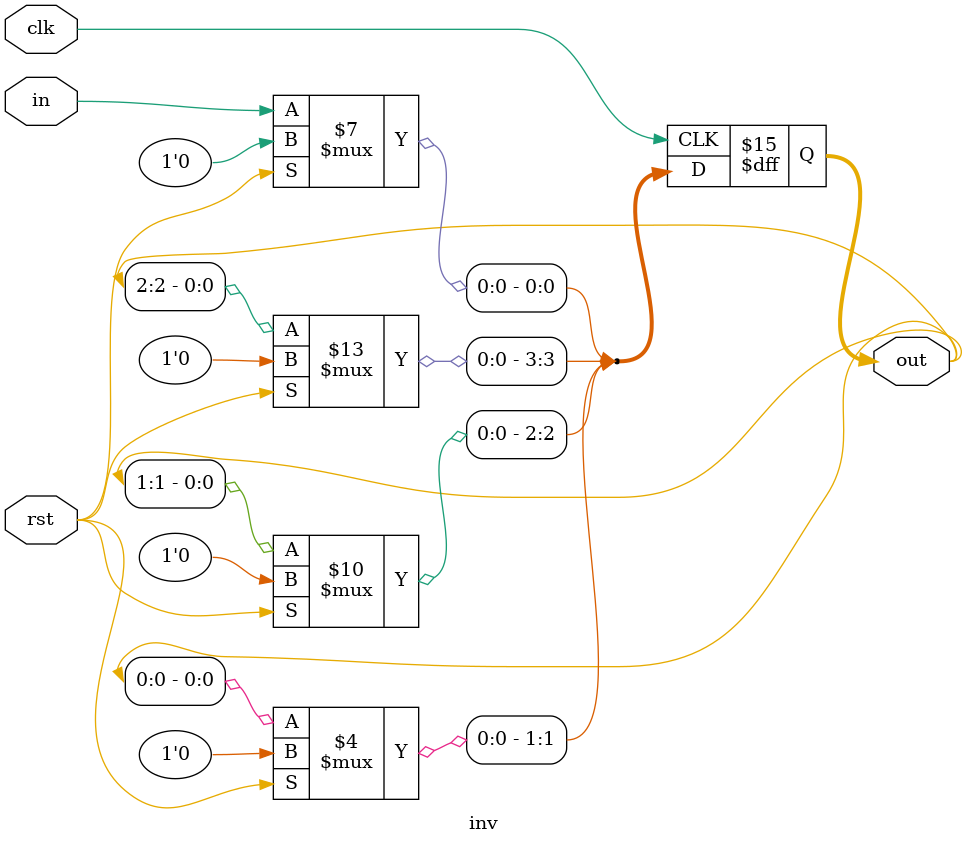
<source format=v>
`timescale 1ns / 1ps

module inv(in,clk,rst,out);
input in,clk,rst;
output [3:0]out;
reg [3:0]out;

initial out = 4'b0000;

always @(posedge clk) begin 
if(rst) out = 4'b0000;
else begin
out[3] <= out[2];
out[2] <= out[1];
out[1] <= out[0];
out[0] <= in;
end
end

endmodule
</source>
